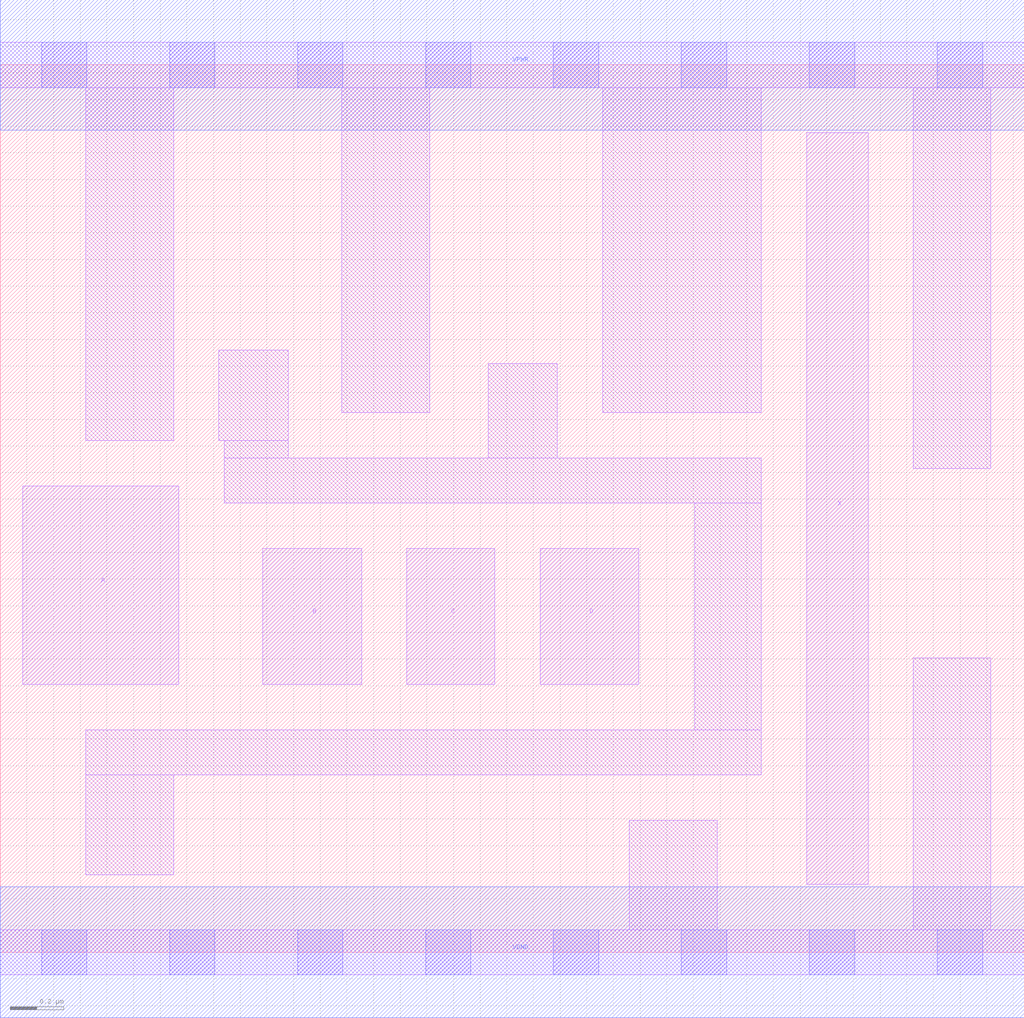
<source format=lef>
# Copyright 2020 The SkyWater PDK Authors
#
# Licensed under the Apache License, Version 2.0 (the "License");
# you may not use this file except in compliance with the License.
# You may obtain a copy of the License at
#
#     https://www.apache.org/licenses/LICENSE-2.0
#
# Unless required by applicable law or agreed to in writing, software
# distributed under the License is distributed on an "AS IS" BASIS,
# WITHOUT WARRANTIES OR CONDITIONS OF ANY KIND, either express or implied.
# See the License for the specific language governing permissions and
# limitations under the License.
#
# SPDX-License-Identifier: Apache-2.0

VERSION 5.7 ;
  NOWIREEXTENSIONATPIN ON ;
  DIVIDERCHAR "/" ;
  BUSBITCHARS "[]" ;
UNITS
  DATABASE MICRONS 200 ;
END UNITS
MACRO sky130_fd_sc_lp__and4_2
  CLASS CORE ;
  FOREIGN sky130_fd_sc_lp__and4_2 ;
  ORIGIN  0.000000  0.000000 ;
  SIZE  3.840000 BY  3.330000 ;
  SYMMETRY X Y R90 ;
  SITE unit ;
  PIN A
    ANTENNAGATEAREA  0.126000 ;
    DIRECTION INPUT ;
    USE SIGNAL ;
    PORT
      LAYER li1 ;
        RECT 0.085000 1.005000 0.670000 1.750000 ;
    END
  END A
  PIN B
    ANTENNAGATEAREA  0.126000 ;
    DIRECTION INPUT ;
    USE SIGNAL ;
    PORT
      LAYER li1 ;
        RECT 0.985000 1.005000 1.355000 1.515000 ;
    END
  END B
  PIN C
    ANTENNAGATEAREA  0.126000 ;
    DIRECTION INPUT ;
    USE SIGNAL ;
    PORT
      LAYER li1 ;
        RECT 1.525000 1.005000 1.855000 1.515000 ;
    END
  END C
  PIN D
    ANTENNAGATEAREA  0.126000 ;
    DIRECTION INPUT ;
    USE SIGNAL ;
    PORT
      LAYER li1 ;
        RECT 2.025000 1.005000 2.395000 1.515000 ;
    END
  END D
  PIN X
    ANTENNADIFFAREA  0.588000 ;
    DIRECTION OUTPUT ;
    USE SIGNAL ;
    PORT
      LAYER li1 ;
        RECT 3.025000 0.255000 3.255000 3.075000 ;
    END
  END X
  PIN VGND
    DIRECTION INOUT ;
    USE GROUND ;
    PORT
      LAYER met1 ;
        RECT 0.000000 -0.245000 3.840000 0.245000 ;
    END
  END VGND
  PIN VPWR
    DIRECTION INOUT ;
    USE POWER ;
    PORT
      LAYER met1 ;
        RECT 0.000000 3.085000 3.840000 3.575000 ;
    END
  END VPWR
  OBS
    LAYER li1 ;
      RECT 0.000000 -0.085000 3.840000 0.085000 ;
      RECT 0.000000  3.245000 3.840000 3.415000 ;
      RECT 0.320000  0.290000 0.650000 0.665000 ;
      RECT 0.320000  0.665000 2.855000 0.835000 ;
      RECT 0.320000  1.920000 0.650000 3.245000 ;
      RECT 0.820000  1.920000 1.080000 2.260000 ;
      RECT 0.840000  1.685000 2.855000 1.855000 ;
      RECT 0.840000  1.855000 1.080000 1.920000 ;
      RECT 1.280000  2.025000 1.610000 3.245000 ;
      RECT 1.830000  1.855000 2.090000 2.210000 ;
      RECT 2.260000  2.025000 2.855000 3.245000 ;
      RECT 2.360000  0.085000 2.690000 0.495000 ;
      RECT 2.605000  0.835000 2.855000 1.685000 ;
      RECT 3.425000  0.085000 3.715000 1.105000 ;
      RECT 3.425000  1.815000 3.715000 3.245000 ;
    LAYER mcon ;
      RECT 0.155000 -0.085000 0.325000 0.085000 ;
      RECT 0.155000  3.245000 0.325000 3.415000 ;
      RECT 0.635000 -0.085000 0.805000 0.085000 ;
      RECT 0.635000  3.245000 0.805000 3.415000 ;
      RECT 1.115000 -0.085000 1.285000 0.085000 ;
      RECT 1.115000  3.245000 1.285000 3.415000 ;
      RECT 1.595000 -0.085000 1.765000 0.085000 ;
      RECT 1.595000  3.245000 1.765000 3.415000 ;
      RECT 2.075000 -0.085000 2.245000 0.085000 ;
      RECT 2.075000  3.245000 2.245000 3.415000 ;
      RECT 2.555000 -0.085000 2.725000 0.085000 ;
      RECT 2.555000  3.245000 2.725000 3.415000 ;
      RECT 3.035000 -0.085000 3.205000 0.085000 ;
      RECT 3.035000  3.245000 3.205000 3.415000 ;
      RECT 3.515000 -0.085000 3.685000 0.085000 ;
      RECT 3.515000  3.245000 3.685000 3.415000 ;
  END
END sky130_fd_sc_lp__and4_2
END LIBRARY

</source>
